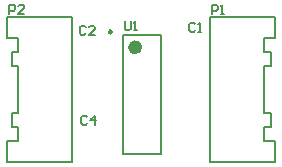
<source format=gto>
G04*
G04 #@! TF.GenerationSoftware,Altium Limited,Altium Designer,19.1.5 (86)*
G04*
G04 Layer_Color=65535*
%FSLAX25Y25*%
%MOIN*%
G70*
G01*
G75*
%ADD10C,0.00984*%
%ADD11C,0.02362*%
%ADD12C,0.00787*%
%ADD13C,0.00500*%
D10*
X139732Y148846D02*
G03*
X139732Y148846I-492J0D01*
G01*
D11*
X148689Y143748D02*
G03*
X148689Y143748I-1181J0D01*
G01*
D12*
X143571Y108315D02*
Y147685D01*
X156169Y108315D02*
Y147685D01*
X143571D02*
X156169D01*
X143571Y108315D02*
X156169D01*
D13*
X172386Y105413D02*
Y153839D01*
X194039D01*
Y146752D02*
Y153839D01*
X190496Y146752D02*
X194039D01*
X190496Y142028D02*
Y146752D01*
Y142028D02*
X192661D01*
Y137500D02*
Y142028D01*
X172386Y105413D02*
X194039D01*
Y112500D01*
X190496D02*
X194039D01*
X190496D02*
Y117224D01*
X192661D01*
Y121752D01*
X190496D02*
X192661D01*
X190496D02*
Y137500D01*
X192661D01*
X126614Y105413D02*
Y153839D01*
X104961Y105413D02*
X126614D01*
X104961D02*
Y112500D01*
X108504D01*
Y117224D01*
X106339D02*
X108504D01*
X106339D02*
Y121752D01*
X104961Y153839D02*
X126614D01*
X104961Y146752D02*
Y153839D01*
Y146752D02*
X108504D01*
Y142027D02*
Y146752D01*
X106339Y142027D02*
X108504D01*
X106339Y137500D02*
Y142027D01*
Y137500D02*
X108504D01*
Y121752D02*
Y137500D01*
X106339Y121752D02*
X108504D01*
X167499Y151499D02*
X166999Y151999D01*
X166000D01*
X165500Y151499D01*
Y149500D01*
X166000Y149000D01*
X166999D01*
X167499Y149500D01*
X168499Y149000D02*
X169499D01*
X168999D01*
Y151999D01*
X168499Y151499D01*
X105500Y155000D02*
Y157999D01*
X107000D01*
X107499Y157499D01*
Y156500D01*
X107000Y156000D01*
X105500D01*
X110498Y155000D02*
X108499D01*
X110498Y156999D01*
Y157499D01*
X109999Y157999D01*
X108999D01*
X108499Y157499D01*
X173000Y155000D02*
Y157999D01*
X174499D01*
X174999Y157499D01*
Y156500D01*
X174499Y156000D01*
X173000D01*
X175999Y155000D02*
X176999D01*
X176499D01*
Y157999D01*
X175999Y157499D01*
X131499Y120499D02*
X131000Y120999D01*
X130000D01*
X129500Y120499D01*
Y118500D01*
X130000Y118000D01*
X131000D01*
X131499Y118500D01*
X133999Y118000D02*
Y120999D01*
X132499Y119500D01*
X134498D01*
X130999Y150499D02*
X130499Y150999D01*
X129500D01*
X129000Y150499D01*
Y148500D01*
X129500Y148000D01*
X130499D01*
X130999Y148500D01*
X133998Y148000D02*
X131999D01*
X133998Y149999D01*
Y150499D01*
X133499Y150999D01*
X132499D01*
X131999Y150499D01*
X144000Y152499D02*
Y150000D01*
X144500Y149500D01*
X145500D01*
X145999Y150000D01*
Y152499D01*
X146999Y149500D02*
X147999D01*
X147499D01*
Y152499D01*
X146999Y151999D01*
M02*

</source>
